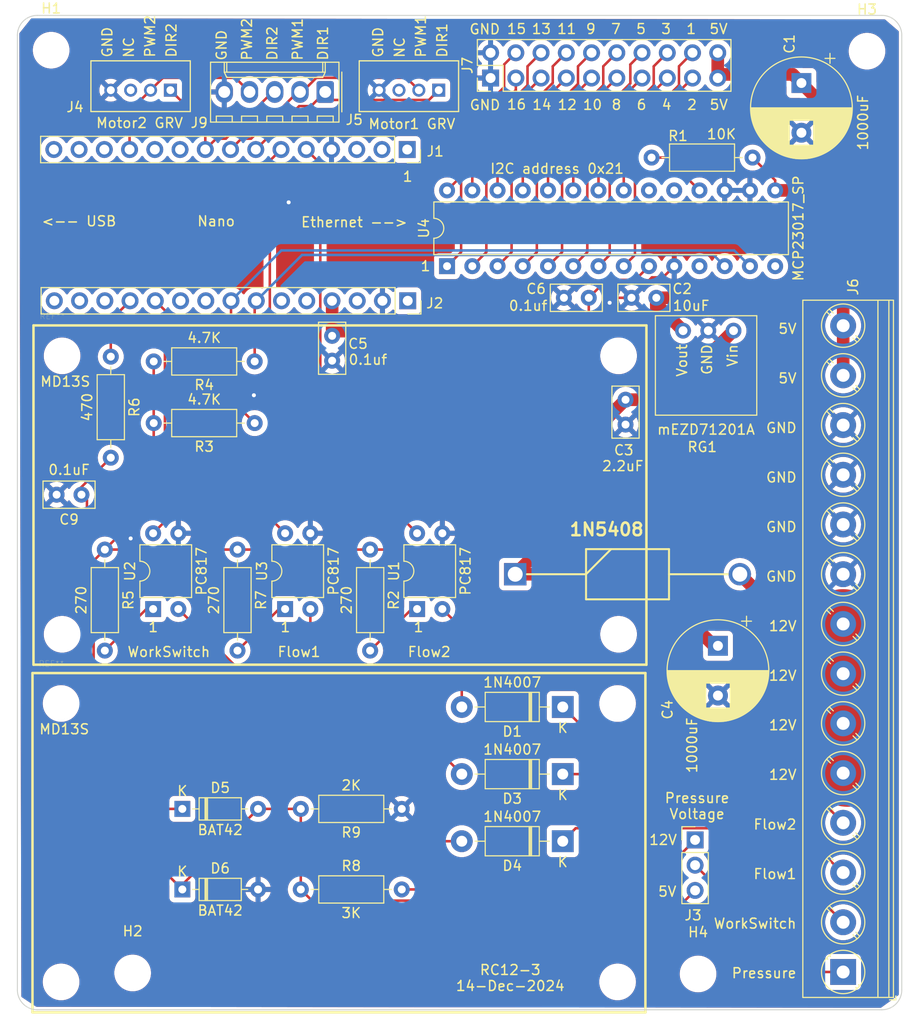
<source format=kicad_pcb>
(kicad_pcb
	(version 20240108)
	(generator "pcbnew")
	(generator_version "8.0")
	(general
		(thickness 1.6)
		(legacy_teardrops no)
	)
	(paper "A4")
	(title_block
		(title "RC12-3")
		(date "2024-12-11")
	)
	(layers
		(0 "F.Cu" signal)
		(31 "B.Cu" signal)
		(32 "B.Adhes" user "B.Adhesive")
		(33 "F.Adhes" user "F.Adhesive")
		(34 "B.Paste" user)
		(35 "F.Paste" user)
		(36 "B.SilkS" user "B.Silkscreen")
		(37 "F.SilkS" user "F.Silkscreen")
		(38 "B.Mask" user)
		(39 "F.Mask" user)
		(40 "Dwgs.User" user "User.Drawings")
		(41 "Cmts.User" user "User.Comments")
		(42 "Eco1.User" user "User.Eco1")
		(43 "Eco2.User" user "User.Eco2")
		(44 "Edge.Cuts" user)
		(45 "Margin" user)
		(46 "B.CrtYd" user "B.Courtyard")
		(47 "F.CrtYd" user "F.Courtyard")
		(48 "B.Fab" user)
		(49 "F.Fab" user)
		(50 "User.1" user)
		(51 "User.2" user)
		(52 "User.3" user)
		(53 "User.4" user)
		(54 "User.5" user)
		(55 "User.6" user)
		(56 "User.7" user)
		(57 "User.8" user)
		(58 "User.9" user)
	)
	(setup
		(stackup
			(layer "F.SilkS"
				(type "Top Silk Screen")
			)
			(layer "F.Paste"
				(type "Top Solder Paste")
			)
			(layer "F.Mask"
				(type "Top Solder Mask")
				(thickness 0.01)
			)
			(layer "F.Cu"
				(type "copper")
				(thickness 0.035)
			)
			(layer "dielectric 1"
				(type "core")
				(thickness 1.51)
				(material "FR4")
				(epsilon_r 4.5)
				(loss_tangent 0.02)
			)
			(layer "B.Cu"
				(type "copper")
				(thickness 0.035)
			)
			(layer "B.Mask"
				(type "Bottom Solder Mask")
				(thickness 0.01)
			)
			(layer "B.Paste"
				(type "Bottom Solder Paste")
			)
			(layer "B.SilkS"
				(type "Bottom Silk Screen")
			)
			(copper_finish "None")
			(dielectric_constraints no)
		)
		(pad_to_mask_clearance 0)
		(allow_soldermask_bridges_in_footprints no)
		(pcbplotparams
			(layerselection 0x00010fc_ffffffff)
			(plot_on_all_layers_selection 0x0000000_00000000)
			(disableapertmacros no)
			(usegerberextensions no)
			(usegerberattributes yes)
			(usegerberadvancedattributes yes)
			(creategerberjobfile yes)
			(dashed_line_dash_ratio 12.000000)
			(dashed_line_gap_ratio 3.000000)
			(svgprecision 6)
			(plotframeref no)
			(viasonmask no)
			(mode 1)
			(useauxorigin no)
			(hpglpennumber 1)
			(hpglpenspeed 20)
			(hpglpendiameter 15.000000)
			(pdf_front_fp_property_popups yes)
			(pdf_back_fp_property_popups yes)
			(dxfpolygonmode yes)
			(dxfimperialunits yes)
			(dxfusepcbnewfont yes)
			(psnegative no)
			(psa4output no)
			(plotreference yes)
			(plotvalue yes)
			(plotfptext yes)
			(plotinvisibletext no)
			(sketchpadsonfab no)
			(subtractmaskfromsilk no)
			(outputformat 1)
			(mirror no)
			(drillshape 0)
			(scaleselection 1)
			(outputdirectory "Gerbers/")
		)
	)
	(net 0 "")
	(net 1 "GND")
	(net 2 "Net-(J1-Pin_7)")
	(net 3 "Net-(J1-Pin_8)")
	(net 4 "+5V")
	(net 5 "+12V")
	(net 6 "unconnected-(J1-Pin_1-Pad1)")
	(net 7 "unconnected-(J1-Pin_2-Pad2)")
	(net 8 "unconnected-(J1-Pin_3-Pad3)")
	(net 9 "Net-(J1-Pin_9)")
	(net 10 "Flow Pin2")
	(net 11 "Net-(J1-Pin_12)")
	(net 12 "unconnected-(J1-Pin_10-Pad10)")
	(net 13 "unconnected-(J1-Pin_11-Pad11)")
	(net 14 "unconnected-(J1-Pin_13-Pad13)")
	(net 15 "unconnected-(J1-Pin_14-Pad14)")
	(net 16 "unconnected-(J1-Pin_15-Pad15)")
	(net 17 "unconnected-(J2-Pin_1-Pad1)")
	(net 18 "unconnected-(J2-Pin_3-Pad3)")
	(net 19 "unconnected-(J2-Pin_5-Pad5)")
	(net 20 "unconnected-(J2-Pin_6-Pad6)")
	(net 21 "Net-(J2-Pin_7)")
	(net 22 "Net-(J2-Pin_8)")
	(net 23 "unconnected-(J2-Pin_9-Pad9)")
	(net 24 "unconnected-(J2-Pin_10-Pad10)")
	(net 25 "Flow Pin1")
	(net 26 "unconnected-(J2-Pin_13-Pad13)")
	(net 27 "unconnected-(J2-Pin_14-Pad14)")
	(net 28 "unconnected-(J2-Pin_15-Pad15)")
	(net 29 "WorkSwitch")
	(net 30 "Flow Sensor1")
	(net 31 "Flow Sensor2")
	(net 32 "Net-(R2-Pad2)")
	(net 33 "Net-(D1-A)")
	(net 34 "Net-(D3-A)")
	(net 35 "Net-(R7-Pad2)")
	(net 36 "Net-(D4-A)")
	(net 37 "Net-(D2-K)")
	(net 38 "Net-(J7-Pin_3)")
	(net 39 "Net-(J7-Pin_4)")
	(net 40 "Net-(J7-Pin_5)")
	(net 41 "Net-(J7-Pin_6)")
	(net 42 "Net-(J7-Pin_7)")
	(net 43 "Net-(J7-Pin_8)")
	(net 44 "Net-(J7-Pin_9)")
	(net 45 "Net-(J7-Pin_10)")
	(net 46 "Net-(J7-Pin_11)")
	(net 47 "Net-(J7-Pin_12)")
	(net 48 "Net-(J7-Pin_13)")
	(net 49 "Net-(J7-Pin_14)")
	(net 50 "Net-(J7-Pin_15)")
	(net 51 "Net-(J7-Pin_16)")
	(net 52 "Net-(J7-Pin_17)")
	(net 53 "Net-(J7-Pin_18)")
	(net 54 "Net-(U4-~{RESET})")
	(net 55 "unconnected-(U4-NC-Pad11)")
	(net 56 "unconnected-(U4-NC-Pad14)")
	(net 57 "unconnected-(U4-INTB-Pad19)")
	(net 58 "unconnected-(U4-INTA-Pad20)")
	(net 59 "PressurePin")
	(net 60 "WorkSwitchPin")
	(net 61 "Net-(R5-Pad2)")
	(net 62 "Net-(D5-A)")
	(net 63 "PressureSensor")
	(net 64 "Net-(J3-Pin_1)")
	(net 65 "unconnected-(J4-Red-Pad3)")
	(net 66 "unconnected-(J5-Red-Pad3)")
	(footprint "Connector_PinSocket_2.54mm:PinSocket_1x15_P2.54mm_Vertical" (layer "F.Cu") (at 64.28 48.7 -90))
	(footprint "Capacitor_THT:C_Disc_D5.0mm_W2.5mm_P2.50mm" (layer "F.Cu") (at 86.2 58.65 -90))
	(footprint "Resistor_THT:R_Axial_DIN0207_L6.3mm_D2.5mm_P10.16mm_Horizontal" (layer "F.Cu") (at 33.8 73.72 -90))
	(footprint "Connector_Molex:Molex_KK-254_AE-6410-05A_1x05_P2.54mm_Vertical" (layer "F.Cu") (at 55.98 27.7 180))
	(footprint "Package_DIP:DIP-4_W7.62mm" (layer "F.Cu") (at 38.66 79.7 90))
	(footprint "MyFootprints:Grove" (layer "F.Cu") (at 37.4 27.52 180))
	(footprint "Connector_PinSocket_2.54mm:PinSocket_1x15_P2.54mm_Vertical" (layer "F.Cu") (at 64.23 33.49 -90))
	(footprint "Resistor_THT:R_Axial_DIN0207_L6.3mm_D2.5mm_P10.16mm_Horizontal" (layer "F.Cu") (at 47.15 73.72 -90))
	(footprint "Connector_PinHeader_2.54mm:PinHeader_2x10_P2.54mm_Vertical" (layer "F.Cu") (at 72.62 26.3 90))
	(footprint "TerminalBlock_Phoenix:TerminalBlock_Phoenix_PT-1,5-14-5.0-H_1x14_P5.00mm_Horizontal" (layer "F.Cu") (at 108.1 116.2 90))
	(footprint "Capacitor_THT:CP_Radial_D10.0mm_P5.00mm" (layer "F.Cu") (at 95.5 83.4 -90))
	(footprint "Capacitor_THT:C_Disc_D5.0mm_W2.5mm_P2.50mm" (layer "F.Cu") (at 80 48.4))
	(footprint "Diode_THT:D_DO-35_SOD27_P7.62mm_Horizontal" (layer "F.Cu") (at 41.6 99.8))
	(footprint "Package_DIP:DIP-28_W7.62mm" (layer "F.Cu") (at 68.24 45.22 90))
	(footprint "Package_DIP:DIP-4_W7.62mm" (layer "F.Cu") (at 51.9425 79.7 90))
	(footprint "MyFootprints:1N5408" (layer "F.Cu") (at 75.1 76.2))
	(footprint "Capacitor_THT:CP_Radial_D10.0mm_P5.00mm"
		(layer "F.Cu")
		(uuid "633f1e39-c63c-4171-94e9-7881d0e5b343")
		(at 103.9 26.8 -90)
		(descr "CP, Radial series, Radial, pin pitch=5.00mm, , diameter=10mm, Electrolytic Capacitor")
		(tags "CP Radial series Radial pin pitch 5.00mm  diameter 10mm Electrolytic Capacitor")
		(property "Reference" "C1"
			(at -3.932323 1.2 90)
			(layer "F.SilkS")
			(uuid "d25104c6-6ce8-4085-a196-487565758538")
			(effects
				(font
					(size 1 1)
					(thickness 0.15)
				)
			)
		)
		(property "Value" "1000uF"
			(at 3.967677 -6.2 90)
			(layer "F.SilkS")
			(uuid "691663e3-53a2-4950-b80a-50a8123cb53f")
			(effects
				(font
					(size 1 1)
					(thickness 0.15)
				)
			)
		)
		(property "Footprint" "Capacitor_THT:CP_Radial_D10.0mm_P5.00mm"
			(at 0 0 90)
			(layer "F.Fab")
			(hide yes)
			(uuid "aa571781-889f-424d-8eda-484dda3aa0d0")
			(effects
				(font
					(size 1.27 1.27)
					(thickness 0.15)
				)
			)
		)
		(property "Datasheet" ""
			(at 0 0 90)
			(layer "F.Fab")
			(hide yes)
			(uuid "127410ae-415c-4476-aaaa-0fb6960550c7")
			(effects
				(font
					(size 1.27 1.27)
					(thickness 0.15)
				)
			)
		)
		(property "Description" "Unpolarized capacitor"
			(at 0 0 90)
			(layer "F.Fab")
			(hide yes)
			(uuid "5e72396a-e520-417c-bc5a-95ba40c7e257")
			(effects
				(font
					(size 1.27 1.27)
					(thickness 0.15)
				)
			)
		)
		(property ki_fp_filters "C_*")
		(path "/859b0a86-e99e-4dd3-81ba-1aaa48074be1")
		(sheetname "Root")
		(sheetfile "RC12-3.kicad_sch")
		(attr through_hole)
		(fp_line
			(start 3.781 1.241)
			(end 3.781 4.918)
			(stroke
				(width 0.12)
				(type solid)
			)
			(layer "F.SilkS")
			(uuid "248e5b59-4f57-4cf3-a603-dddd9d90ffe7")
		)
		(fp_line
			(start 3.821 1.241)
			(end 3.821 4.907)
			(stroke
				(width 0.12)
				(type solid)
			)
			(layer "F.SilkS")
			(uuid "f7e9219f-6e20-4557-ae73-bdd22178b98b")
		)
		(fp_line
			(start 3.861 1.241)
			(end 3.861 4.897)
			(stroke
				(width 0.12)
				(type solid)
			)
			(layer "F.SilkS")
			(uuid "1875ba2e-7d0b-4735-98e3-3963b9734a04")
		)
		(fp_line
			(start 3.901 1.241)
			(end 3.901 4.885)
			(stroke
				(width 0.12)
				(type solid)
			)
			(layer "F.SilkS")
			(uuid "2f3bc1f5-3729-44de-90dd-c05fc56d6d26")
		)
		(fp_line
			(start 3.941 1.241)
			(end 3.941 4.874)
			(stroke
				(width 0.12)
				(type solid)
			)
			(layer "F.SilkS")
			(uuid "d3c5cda2-6492-4dc5-b81f-b4523c285e39")
		)
		(fp_line
			(start 3.981 1.241)
			(end 3.981 4.862)
			(stroke
				(width 0.12)
				(type solid)
			)
			(layer "F.SilkS")
			(uuid "c59d2825-032c-4af1-8a37-f654db3c1c02")
		)
		(fp_line
			(start 4.021 1.241)
			(end 4.021 4.85)
			(stroke
				(width 0.12)
				(type solid)
			)
			(layer "F.SilkS")
			(uuid "858fbc0a-f16c-486a-a66a-3be1445c50d6")
		)
		(fp_line
			(start 4.061 1.241)
			(end 4.061 4.837)
			(stroke
				(width 0.12)
				(type solid)
			)
			(layer "F.SilkS")
			(uuid "e91f3e09-a250-40db-8a04-de5a260c153c")
		)
		(fp_line
			(start 4.101 1.241)
			(end 4.101 4.824)
			(stroke
				(width 0.12)
				(type solid)
			)
			(layer "F.SilkS")
			(uuid "ba820ae4-c0a6-4832-8042-697e245d8284")
		)
		(fp_line
			(start 4.141 1.241)
			(end 4.141 4.811)
			(stroke
				(width 0.12)
				(type solid)
			)
			(layer "F.SilkS")
			(uuid "4542a3d2-11b5-4cc8-abe1-7f0e4eb16c91")
		)
		(fp_line
			(start 4.181 1.241)
			(end 4.181 4.797)
			(stroke
				(width 0.12)
				(type solid)
			)
			(layer "F.SilkS")
			(uuid "2f193950-4c34-4cdd-b28d-f84fe09fd242")
		)
		(fp_line
			(start 4.221 1.241)
			(end 4.221 4.783)
			(stroke
				(width 0.12)
				(type solid)
			)
			(layer "F.SilkS")
			(uuid "abfcdd56-73b1-4922-8246-e8dd73603a05")
		)
		(fp_line
			(start 4.261 1.241)
			(end 4.261 4.768)
			(stroke
				(width 0.12)
				(type solid)
			)
			(layer "F.SilkS")
			(uuid "2fe29a41-1a68-4582-b19e-9853188e3a5e")
		)
		(fp_line
			(start 4.301 1.241)
			(end 4.301 4.754)
			(stroke
				(width 0.12)
				(type solid)
			)
			(layer "F.SilkS")
			(uuid "669d0e0c-cf48-4625-b0ed-99973b71aa47")
		)
		(fp_line
			(start 4.341 1.241)
			(end 4.341 4.738)
			(stroke
				(width 0.12)
				(type solid)
			)
			(layer "F.SilkS")
			(uuid "cb389f07-809b-45be-b4e8-e5fa505ebdfb")
		)
		(fp_line
			(start 4.381 1.241)
			(end 4.381 4.723)
			(stroke
				(width 0.12)
				(type solid)
			)
			(layer "F.SilkS")
			(uuid "54af90d6-4803-49fc-96af-be311ed2b925")
		)
		(fp_line
			(start 4.421 1.241)
			(end 4.421 4.707)
			(stroke
				(width 0.12)
				(type solid)
			)
			(layer "F.SilkS")
			(uuid "e9c9fdb1-1faa-46b1-97fb-94914fd20c9d")
		)
		(fp_line
			(start 4.461 1.241)
			(end 4.461 4.69)
			(stroke
				(width 0.12)
				(type solid)
			)
			(layer "F.SilkS")
			(uuid "f20f6537-5cd4-42bc-9aa0-47cb7fe45000")
		)
		(fp_line
			(start 4.501 1.241)
			(end 4.501 4.674)
			(stroke
				(width 0.12)
				(type solid)
			)
			(layer "F.SilkS")
			(uuid "6cdcdfa2-939e-41b4-8292-c5f2d147541e")
		)
		(fp_line
			(start 4.541 1.241)
			(end 4.541 4.657)
			(stroke
				(width 0.12)
				(type solid)
			)
			(layer "F.SilkS")
			(uuid "dbdeec9b-f4d3-4946-862a-df2c03ed28b9")
		)
		(fp_line
			(start 4.581 1.241)
			(end 4.581 4.639)
			(stroke
				(width 0.12)
				(type solid)
			)
			(layer "F.SilkS")
			(uuid "e9db53ca-7a7b-4573-b245-3fab074eac0b")
		)
		(fp_line
			(start 4.621 1.241)
			(end 4.621 4.621)
			(stroke
				(width 0.12)
				(type solid)
			)
			(layer "F.SilkS")
			(uuid "5a688c69-1bff-404a-91ca-bb44663a2b85")
		)
		(fp_line
			(start 4.661 1.241)
			(end 4.661 4.603)
			(stroke
				(width 0.12)
				(type solid)
			)
			(layer "F.SilkS")
			(uuid "546934ea-e0c0-4227-a20d-e46f2fd1424a")
		)
		(fp_line
			(start 4.701 1.241)
			(end 4.701 4.584)
			(stroke
				(width 0.12)
				(type solid)
			)
			(layer "F.SilkS")
			(uuid "180b1359-66a6-4f9f-9bdb-753dbee91c70")
		)
		(fp_line
			(start 4.741 1.241)
			(end 4.741 4.564)
			(stroke
				(width 0.12)
				(type solid)
			)
			(layer "F.SilkS")
			(uuid "712831fe-1810-411e-adf8-761f0b83bb08")
		)
		(fp_line
			(start 4.781 1.241)
			(end 4.781 4.545)
			(stroke
				(width 0.12)
				(type solid)
			)
			(layer "F.SilkS")
			(uuid "6cde799f-c54c-4e35-9ec8-0ad1853e2bb4")
		)
		(fp_line
			(start 4.821 1.241)
			(end 4.821 4.525)
			(stroke
				(width 0.12)
				(type solid)
			)
			(layer "F.SilkS")
			(uuid "8ec1e4fd-d73e-40eb-ab8b-21f38fc72bf2")
		)
		(fp_line
			(start 4.861 1.241)
			(end 4.861 4.504)
			(stroke
				(width 0.12)
				(type solid)
			)
			(layer "F.SilkS")
			(uuid "b131a953-de31-4558-99ac-1d5256d1e135")
		)
		(fp_line
			(start 4.901 1.241)
			(end 4.901 4.483)
			(stroke
				(width 0.12)
				(type solid)
			)
			(layer "F.SilkS")
			(uuid "57741b92-1d4e-405b-97c4-2e8d9f17d835")
		)
		(fp_line
			(start 4.941 1.241)
			(end 4.941 4.462)
			(stroke
				(width 0.12)
				(type solid)
			)
			(layer "F.SilkS")
			(uuid "1096f6c8-4fff-4076-b350-3c2a413a6237")
		)
		(fp_line
			(start 4.981 1.241)
			(end 4.981 4.44)
			(stroke
				(width 0.12)
				(type solid)
			)
			(layer "F.SilkS")
			(uuid "d1729e27-6106-439f-9a16-8a6c745d47c5")
		)
		(fp_line
			(start 5.021 1.241)
			(end 5.021 4.417)
			(stroke
				(width 0.12)
				(type solid)
			)
			(layer "F.SilkS")
			(uuid "f64b4bc2-b923-4f5c-9946-24213df762fc")
		)
		(fp_line
			(start 5.061 1.241)
			(end 5.061 4.395)
			(stroke
				(width 0.12)
				(type solid)
			)
			(layer "F.SilkS")
			(uuid "8e51ff89-fc44-4a1f-9e4a-3e43219ca93e")
		)
		(fp_line
			(start 5.101 1.241)
			(end 5.101 4.371)
			(stroke
				(width 0.12)
				(type solid)
			)
			(layer "F.SilkS")
			(uuid "33733193-ba10-4fee-a484-ac0f12df6c31")
		)
		(fp_line
			(start 5.141 1.241)
			(end 5.141 4.347)
			(stroke
				(width 0.12)
				(type solid)
			)
			(layer "F.SilkS")
			(uuid "ab67dba9-1d70-4c7b-aafd-96a9b6d2a3ac")
		)
		(fp_line
			(start 5.181 1.241)
			(end 5.181 4.323)
			(stroke
				(width 0.12)
				(type solid)
			)
			(layer "F.SilkS")
			(uuid "15389234-2638-4a27-9eb4-2e7b4fb649eb")
		)
		(fp_line
			(start 5.221 1.241)
			(end 5.221 4.298)
			(stroke
				(width 0.12)
				(type solid)
			)
			(layer "F.SilkS")
			(uuid "e4b6bac1-4d9c-4bb2-86ea-3b5e85c9974a")
		)
		(fp_line
			(start 5.261 1.241)
			(end 5.261 4.273)
			(stroke
				(width 0.12)
				(type solid)
			)
			(layer "F.SilkS")
			(uuid "a63336ef-0fd5-44fc-bcbf-a3c902c38657")
		)
		(fp_line
			(start 5.301 1.241)
			(end 5.301 4.247)
			(stroke
				(width 0.12)
				(type solid)
			)
			(layer "F.SilkS")
			(uuid "dc56b77f-145a-4433-866c-4ddbc815ccb0")
		)
		(fp_line
			(start 5.341 1.241)
			(end 5.341 4.221)
			(stroke
				(width 0.12)
				(type solid)
			)
			(layer "F.SilkS")
			(uuid "c1b4bf7a-5856-4d6d-875a-c4015a2b7dd9")
		)
		(fp_line
			(start 5.381 1.241)
			(end 5.381 4.194)
			(stroke
				(width 0.12)
				(type solid)
			)
			(layer "F.SilkS")
			(uuid "730363d1-5819-45c9-8842-a82c451218e9")
		)
		(fp_line
			(start 5.421 1.241)
			(end 5.421 4.166)
			(stroke
				(width 0.12)
				(type solid)
			)
			(layer "F.SilkS")
			(uuid "46ed2185-4a2d-435e-bff6-7b63b59447ef")
		)
		(fp_line
			(start 5.461 1.241)
			(end 5.461 4.138)
			(stroke
				(width 0.12)
				(type solid)
			)
			(layer "F.SilkS")
			(uuid "355c9f3a-c24c-4ae4-be48-ced6e54f319c")
		)
		(fp_line
			(start 5.501 1.241)
			(end 5.501 4.11)
			(stroke
				(width 0.12)
				(type solid)
			)
			(layer "F.SilkS")
			(uuid "88c3cb9f-798a-47b7-9d9b-6a5b49085069")
		)
		(fp_line
			(start 5.541 1.241)
			(end 5.541 4.08)
			(stroke
				(width 0.12)
				(type solid)
			)
			(layer "F.SilkS")
			(uuid "79ddcfdc-eb7e-41cc-9818-3ef9bf6406bc")
		)
		(fp_line
			(start 5.581 1.241)
			(end 5.581 4.05)
			(stroke
				(width 0.12)
				(type solid)
			)
			(layer "F.SilkS")
			(uuid "344b4502-0630-4fbb-b230-d2c1042c0312")
		)
		(fp_line
			(start 5.621 1.241)
			(end 5.621 4.02)
			(stroke
				(width 0.12)
				(type solid)
			)
			(layer "F.SilkS")
			(uuid "fa1bf5bb-21e3-4072-931a-60e32564e68c")
		)
		(fp_line
			(start 5.661 1.241)
			(end 5.661 3.989)
			(stroke
				(width 0.12)
				(type solid)
			)
			(layer "F.SilkS")
			(uuid "af711588-4a16-4010-8736-6d072c091279")
		)
		(fp_line
			(start 5.701 1.241)
			(end 5.701 3.957)
			(stroke
				(width 0.12)
				(type solid)
			)
			(layer "F.SilkS")
			(uuid "fb69baf5-729d-42e2-bfaa-c94f5867cae0")
		)
		(fp_line
			(start 5.741 1.241)
			(end 5.741 3.925)
			(stroke
				(width 0.12)
				(type solid)
			)
			(layer "F.SilkS")
			(uuid "42246af2-8d8a-4f65-9385-abeaafc232fd")
		)
		(fp_line
			(start 5.781 1.241)
			(end 5.781 3.892)
			(stroke
				(width 0.12)
				(type solid)
			)
			(layer "F.SilkS")
			(uuid "52ffbd4d-bfd5-47cc-8ec1-1b2218ea6958")
		)
		(fp_line
			(start 5.821 1.241)
			(end 5.821 3.858)
			(stroke
				(width 0.12)
				(type solid)
			)
			(layer "F.SilkS")
			(uuid "36d73577-3962-4d5a-953e-c61efccf6f67")
		)
		(fp_line
			(start 5.861 1.241)
			(end 5.861 3.824)
			(stroke
				(width 0.12)
				(type solid)
			)
			(layer "F.SilkS")
			(uuid "dda6b3e8-3c78-4719-bc1e-c04eb54eee84")
		)
		(fp_line
			(start 5.901 1.241)
			(end 5.901 3.789)
			(stroke
				(width 0.12)
				(type solid)
			)
			(layer "F.SilkS")
			(uuid "68c1a9fd-434f-4b26-ba8f-059e2f9fde31")
		)
		(fp_line
			(start 5.941 1.241)
			(end 5.941 3.753)
			(stroke
				(width 0.12)
				(type solid)
			)
			(layer "F.SilkS")
			(uuid "84662600-5be4-4997-a085-aad1b4d96612")
		)
		(fp_line
			(start 5.981 1.241)
			(end 5.981 3.716)
			(stroke
				(width 0.12)
				(type solid)
			)
			(layer "F.SilkS")
			(uuid "7d1516d8-3655-45fb-9c18-409e5e350d79")
		)
		(fp_line
			(start 6.021 1.241)
			(end 6.021 3.679)
			(stroke
				(width 0.12)
				(type solid)
			)
			(layer "F.SilkS")
			(uuid "df0e801f-ccf4-4f25-8840-2fc0d036a65e")
		)
		(fp_line
			(start 6.061 1.241)
			(end 6.061 3.64)
			(stroke
				(width 0.12)
				(type solid)
			)
			(layer "F.SilkS")
			(uuid "df941388-e97f-47f4-bab7-de37be5e872a")
		)
		(fp_line
			(start 6.101 1.241)
			(end 6.101 3.601)
			(stroke
				(width 0.12)
				(type solid)
			)
			(layer "F.SilkS")
			(uuid "a195b35d-22ed-413f-a501-05a524a2bc34")
		)
		(fp_line
			(start 6.141 1.241)
			(end 6.141 3.561)
			(stroke
				(width 0.12)
				(type solid)
			)
			(layer "F.SilkS")
			(uuid "2ed88356-fc35-4ada-afd6-9e692d5843fb")
		)
		(fp_line
			(start 6.181 1.241)
			(end 6.181 3.52)
			(stroke
				(width 0.12)
				(type solid)
			)
			(layer "F.SilkS")
			(uuid "746b9c88-b60d-432d-b05f-18f6f759b17b")
		)
		(fp_line
			(start 6.221 1.241)
			(end 6.221 3.478)
			(stroke
				(width 0.12)
				(type solid)
			)
			(layer "F.SilkS")
			(uuid "4c928f69-213c-45e3-8678-b306f0085260")
		)
		(fp_line
			(start 7.581 -0.599)
			(end 7.581 0.599)
			(stroke
				(width 0.12)
				(type solid)
			)
			(layer "F.SilkS")
			(uuid "e1a1a766-c861-4043-9539-93ae5150c5ee")
		)
		(fp_line
			(start 7.541 -0.862)
			(end 7.541 0.862)
			(stroke
				(width 0.12)
				(type solid)
			)
			(layer "F.SilkS")
			(uuid "500ad4fb-ccac-4452-9649-08cd1e0fc1ab")
		)
		(fp_line
			(start 7.501 -1.062)
			(end 7.501 1.062)
			(stroke
				(width 0.12)
				(type solid)
			)
			(layer "F.SilkS")
			(uuid "66fd1bd5-2767-45eb-84fb-7501e0675821")
		)
		(fp_line
			(start 7.461 -1.23)
			(end 7.461 1.23)
			(stroke
				(width 0.12)
				(type solid)
			)
			(layer "F.SilkS")
			(uuid "3d6079f5-0634-4b27-b9b7-0a136aa4e455")
		)
		(fp_line
			(start 7.421 -1.378)
			(end 7.421 1.378)
			(stroke
				(width 0.12)
				(type solid)
			)
			(layer "F.SilkS")
			(uuid "3a1b7d75-3555-4e5c-bfa4-6aa7f2868cb8")
		)
		(fp_line
			(start 7.381 -1.51)
			(end 7.381 1.51)
			(stroke
				(width 0.12)
				(type solid)
			)
			(layer "F.SilkS")
			(uuid "005b20b6-063a-4a74-ab73-17cf815946f0")
		)
		(fp_line
			(start 7.341 -1.63)
			(end 7.341 1.63)
			(stroke
				(width 0.12)
				(type solid)
			)
			(layer "F.SilkS")
			(uuid "4e05a49c-299b-4a92-8784-4b3fb205357a")
		)
		(fp_line
			(start 7.301 -1.742)
			(end 7.301 1.742)
			(stroke
				(width 0.12)
				(type solid)
			)
			(layer "F.SilkS")
			(uuid "0aac143e-af06-4555-ba2e-1023ef1076b8")
		)
		(fp_line
			(start 7.261 -1.846)
			(end 7.261 1.846)
			(stroke
				(width 0.12)
				(type solid)
			)
			(layer "F.SilkS")
			(uuid "0055052e-efd5-4f0a-b14d-bdd24d267c0e")
		)
		(fp_line
			(start 7.221 -1.944)
			(end 7.221 1.944)
			(stroke
				(width 0.12)
				(type solid)
			)
			(layer "F.SilkS")
			(uuid "30c7f4ae-9dbe-4fcc-8626-a625244808bb")
		)
		(fp_line
			(start 7.181 -2.037)
			(end 7.181 2.037)
			(stroke
				(width 0.12)
				(type solid)
			)
			(layer "F.SilkS")
			(uuid "25f6b4cf-3821-4dd0-881c-c70950ff72b2")
		)
		(fp_line
			(start 7.141 -2.125)
			(end 7.141 2.125)
			(stroke
				(width 0.12)
				(type solid)
			)
			(layer "F.SilkS")
			(uuid "64b80fca-3e20-4c47-a5c6-535400b0c67e")
		)
		(fp_line
			(start 7.101 -2.209)
			(end 7.101 2.209)
			(stroke
				(width 0.12)
				(type solid)
			)
			(layer "F.SilkS")
			(uuid "fed976a5-eac5-4ace-9e6a-876df0c304a6")
		)
		(fp_line
			(start 7.061 -2.289)
			(end 7.061 2.289)
			(stroke
				(width 0.12)
				(type solid)
			)
			(layer "F.SilkS")
			(uuid "0206f9b5-1323-4666-b603-412a69b0d174")
		)
		(fp_line
			(start 7.021 -2.365)
			(end 7.021 2.365)
			(stroke
				(width 0.12)
				(type solid)
			)
			(layer "F.SilkS")
			(uuid "a8cbd87d-b0f9-4819-80c7-9a49c59059d0")
		)
		(fp_line
			(start 6.981 -2.439)
			(end 6.981 2.439)
			(stroke
				(width 0.12)
				(type solid)
			)
			(layer "F.SilkS")
			(uuid "0dbfa17a-4a7f-4eb4-9ddd-b109cbdb76f6")
		)
		(fp_line
			(start 6.941 -2.51)
			(end 6.941 2.51)
			(stroke
				(width 0.12)
				(type solid)
			)
			(layer "F.SilkS")
			(uuid "8f58d009-2cf6-4422-8e8e-9c558c3a4c10")
		)
		(fp_line
			(start 6.901 -2.579)
			(end 6.901 2.579)
			(stroke
				(width 0.12)
				(type solid)
			)
			(layer "F.SilkS")
			(uuid "e8dfaf42-6761-46ae-a715-e2407b69710b")
		)
		(fp_line
			(start 6.861 -2.645)
			(end 6
... [681108 chars truncated]
</source>
